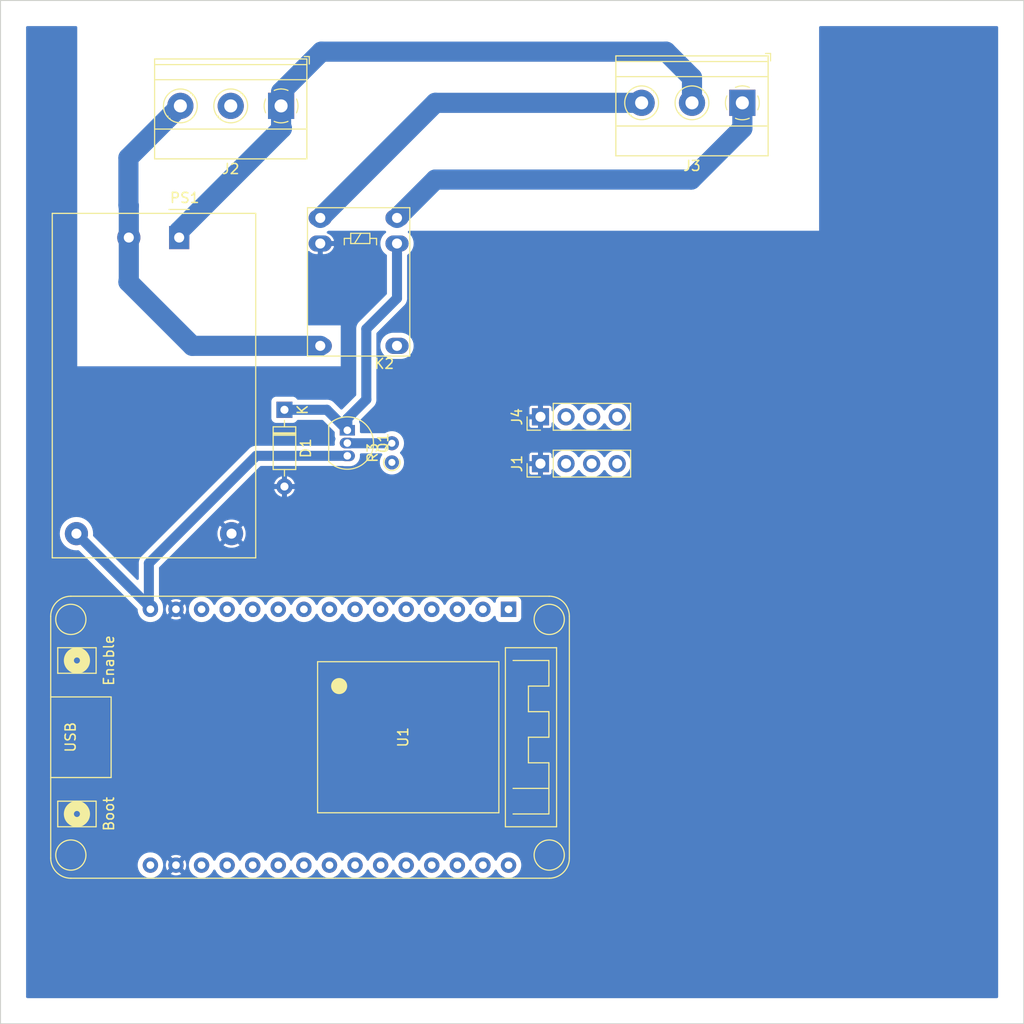
<source format=kicad_pcb>
(kicad_pcb (version 20221018) (generator pcbnew)
  (title_block (title "IOTV_ID-1EX") (date "2023-03-20") (company "Вербкин М.С."))
  (layers (0 "F.Cu" signal) (31 "B.Cu" signal) (34 "B.Paste" user) (35 "F.Paste" user) (36 "B.SilkS" user "B.Silkscreen") (37 "F.SilkS" user "F.Silkscreen") (38 "B.Mask" user) (39 "F.Mask" user) (44 "Edge.Cuts" user))
  (net 0 "")
  (net 1 "GND")
  (net 2 "+3V")
  (net 3 "RELEAY")
  (net 4 "~220-4")
  (net 5 "~220-2")
  (net 6 "~220-3")
  (net 7 "~220-1")
  (net 8 "Net-(Q1-B)")
  (net 9 "Net-(D1-K)")
  (net 32 "SDA")
  (net 35 "SCL")
  (footprint "TerminalBlock_Phoenix:TerminalBlock_Phoenix_MKDS-1,5-3_1x03_P5.00mm_Horizontal" (layer "F.Cu") (at 167.64 58.42 180)
    (fp_text reference "J3" (at 5 -6.26) (layer "F.SilkS"))
    (fp_text value "Screw_Terminal_01x03")
    (fp_line (start -2.8 4.16) (end -2.8 4.9) (stroke (width 0.12)) (layer "F.SilkS"))
    (fp_line (start -2.8 4.9) (end -2.3 4.9) (stroke (width 0.12)) (layer "F.SilkS"))
    (fp_line (start -2.56 -5.261) (end -2.56 4.66) (stroke (width 0.12)) (layer "F.SilkS"))
    (fp_line (start -2.56 -5.261) (end 12.56 -5.261) (stroke (width 0.12)) (layer "F.SilkS"))
    (fp_line (start -2.56 -2.301) (end 12.56 -2.301) (stroke (width 0.12)) (layer "F.SilkS"))
    (fp_line (start -2.56 2.6) (end 12.56 2.6) (stroke (width 0.12)) (layer "F.SilkS"))
    (fp_line (start -2.56 4.1) (end 12.56 4.1) (stroke (width 0.12)) (layer "F.SilkS"))
    (fp_line (start -2.56 4.66) (end 12.56 4.66) (stroke (width 0.12)) (layer "F.SilkS"))
    (fp_line (start 3.773 1.023) (end 3.726 1.069) (stroke (width 0.12)) (layer "F.SilkS"))
    (fp_line (start 3.966 1.239) (end 3.931 1.274) (stroke (width 0.12)) (layer "F.SilkS"))
    (fp_line (start 6.07 -1.275) (end 6.035 -1.239) (stroke (width 0.12)) (layer "F.SilkS"))
    (fp_line (start 6.275 -1.069) (end 6.228 -1.023) (stroke (width 0.12)) (layer "F.SilkS"))
    (fp_line (start 8.773 1.023) (end 8.726 1.069) (stroke (width 0.12)) (layer "F.SilkS"))
    (fp_line (start 8.966 1.239) (end 8.931 1.274) (stroke (width 0.12)) (layer "F.SilkS"))
    (fp_line (start 11.07 -1.275) (end 11.035 -1.239) (stroke (width 0.12)) (layer "F.SilkS"))
    (fp_line (start 11.275 -1.069) (end 11.228 -1.023) (stroke (width 0.12)) (layer "F.SilkS"))
    (fp_line (start 12.56 -5.261) (end 12.56 4.66) (stroke (width 0.12)) (layer "F.SilkS"))
    (fp_arc (start -1.535427 0.683042) (mid -1.680501 -0.000524) (end -1.535 -0.684) (stroke (width 0.12)) (layer "F.SilkS"))
    (fp_arc (start -0.683042 -1.535427) (mid 0.000524 -1.680501) (end 0.684 -1.535) (stroke (width 0.12)) (layer "F.SilkS"))
    (fp_arc (start 0.028805 1.680253) (mid -0.335551 1.646659) (end -0.684 1.535) (stroke (width 0.12)) (layer "F.SilkS"))
    (fp_arc (start 0.683318 1.534756) (mid 0.349292 1.643288) (end 0 1.68) (stroke (width 0.12)) (layer "F.SilkS"))
    (fp_arc (start 1.535427 -0.683042) (mid 1.680501 0.000524) (end 1.535 0.684) (stroke (width 0.12)) (layer "F.SilkS"))
    (fp_circle (center 5 0) (end 6.68 0) (stroke (width 0.12)) (fill none) (layer "F.SilkS"))
    (fp_circle (center 10 0) (end 11.68 0) (stroke (width 0.12)) (fill none) (layer "F.SilkS"))
    (pad "1" thru_hole rect (at 0 0 180) (size 2.6 2.6) (drill 1.3) (layers "*.Cu" "*.Mask") (net 7 "~220-1"))
    (pad "2" thru_hole circle (at 5 0 180) (size 2.6 2.6) (drill 1.3) (layers "*.Cu" "*.Mask") (net 5 "~220-2"))
    (pad "3" thru_hole circle (at 10 0 180) (size 2.6 2.6) (drill 1.3) (layers "*.Cu" "*.Mask") (net 4 "~220-4"))
  )
  (footprint "Converter_ACDC:Converter_ACDC_HiLink_HLK-PMxx" (layer "F.Cu") (at 111.72 71.7975 -90)
    (fp_text reference "PS1" (at -3.94 -0.55) (layer "F.SilkS"))
    (fp_text value "HLK-PM01")
    (fp_line (start -2.79 -1) (end -2.79 1.01) (stroke (width 0.12)) (layer "F.SilkS"))
    (fp_line (start -2.4 -7.6) (end -2.4 12.6) (stroke (width 0.12)) (layer "F.SilkS"))
    (fp_line (start -2.4 12.6) (end 31.8 12.6) (stroke (width 0.12)) (layer "F.SilkS"))
    (fp_line (start 31.8 -7.6) (end -2.4 -7.6) (stroke (width 0.12)) (layer "F.SilkS"))
    (fp_line (start 31.8 12.6) (end 31.8 -7.6) (stroke (width 0.12)) (layer "F.SilkS"))
    (pad "1" thru_hole rect (at 0 0 270) (size 2.3 2) (drill 1) (layers "*.Cu" "*.Mask") (net 5 "~220-2"))
    (pad "2" thru_hole circle (at 0 5 270) (size 2.3 2.3) (drill 1) (layers "*.Cu" "*.Mask") (net 6 "~220-3"))
    (pad "3" thru_hole circle (at 29.4 -5.2 270) (size 2.3 2.3) (drill 1) (layers "*.Cu" "*.Mask") (net 1 "GND"))
    (pad "4" thru_hole circle (at 29.4 10.2 270) (size 2.3 2.3) (drill 1) (layers "*.Cu" "*.Mask") (net 2 "+3V"))
  )
  (footprint "TerminalBlock_Phoenix:TerminalBlock_Phoenix_MKDS-1,5-3_1x03_P5.00mm_Horizontal" (layer "F.Cu") (at 121.84 58.725 180)
    (fp_text reference "J2" (at 5 -6.26) (layer "F.SilkS"))
    (fp_text value "Screw_Terminal_01x03")
    (fp_line (start -2.8 4.16) (end -2.8 4.9) (stroke (width 0.12)) (layer "F.SilkS"))
    (fp_line (start -2.8 4.9) (end -2.3 4.9) (stroke (width 0.12)) (layer "F.SilkS"))
    (fp_line (start -2.56 -5.261) (end -2.56 4.66) (stroke (width 0.12)) (layer "F.SilkS"))
    (fp_line (start -2.56 -5.261) (end 12.56 -5.261) (stroke (width 0.12)) (layer "F.SilkS"))
    (fp_line (start -2.56 -2.301) (end 12.56 -2.301) (stroke (width 0.12)) (layer "F.SilkS"))
    (fp_line (start -2.56 2.6) (end 12.56 2.6) (stroke (width 0.12)) (layer "F.SilkS"))
    (fp_line (start -2.56 4.1) (end 12.56 4.1) (stroke (width 0.12)) (layer "F.SilkS"))
    (fp_line (start -2.56 4.66) (end 12.56 4.66) (stroke (width 0.12)) (layer "F.SilkS"))
    (fp_line (start 3.773 1.023) (end 3.726 1.069) (stroke (width 0.12)) (layer "F.SilkS"))
    (fp_line (start 3.966 1.239) (end 3.931 1.274) (stroke (width 0.12)) (layer "F.SilkS"))
    (fp_line (start 6.07 -1.275) (end 6.035 -1.239) (stroke (width 0.12)) (layer "F.SilkS"))
    (fp_line (start 6.275 -1.069) (end 6.228 -1.023) (stroke (width 0.12)) (layer "F.SilkS"))
    (fp_line (start 8.773 1.023) (end 8.726 1.069) (stroke (width 0.12)) (layer "F.SilkS"))
    (fp_line (start 8.966 1.239) (end 8.931 1.274) (stroke (width 0.12)) (layer "F.SilkS"))
    (fp_line (start 11.07 -1.275) (end 11.035 -1.239) (stroke (width 0.12)) (layer "F.SilkS"))
    (fp_line (start 11.275 -1.069) (end 11.228 -1.023) (stroke (width 0.12)) (layer "F.SilkS"))
    (fp_line (start 12.56 -5.261) (end 12.56 4.66) (stroke (width 0.12)) (layer "F.SilkS"))
    (fp_arc (start -1.535427 0.683042) (mid -1.680501 -0.000524) (end -1.535 -0.684) (stroke (width 0.12)) (layer "F.SilkS"))
    (fp_arc (start -0.683042 -1.535427) (mid 0.000524 -1.680501) (end 0.684 -1.535) (stroke (width 0.12)) (layer "F.SilkS"))
    (fp_arc (start 0.028805 1.680253) (mid -0.335551 1.646659) (end -0.684 1.535) (stroke (width 0.12)) (layer "F.SilkS"))
    (fp_arc (start 0.683318 1.534756) (mid 0.349292 1.643288) (end 0 1.68) (stroke (width 0.12)) (layer "F.SilkS"))
    (fp_arc (start 1.535427 -0.683042) (mid 1.680501 0.000524) (end 1.535 0.684) (stroke (width 0.12)) (layer "F.SilkS"))
    (fp_circle (center 5 0) (end 6.68 0) (stroke (width 0.12)) (fill none) (layer "F.SilkS"))
    (fp_circle (center 10 0) (end 11.68 0) (stroke (width 0.12)) (fill none) (layer "F.SilkS"))
    (pad "1" thru_hole rect (at 0 0 180) (size 2.6 2.6) (drill 1.3) (layers "*.Cu" "*.Mask") (net 5 "~220-2"))
    (pad "2" thru_hole circle (at 5 0 180) (size 2.6 2.6) (drill 1.3) (layers "*.Cu" "*.Mask"))
    (pad "3" thru_hole circle (at 10 0 180) (size 2.6 2.6) (drill 1.3) (layers "*.Cu" "*.Mask") (net 6 "~220-3"))
  )
  (footprint "Resistor_THT:R_Axial_DIN0204_L3.6mm_D1.6mm_P1.90mm_Vertical" (layer "F.Cu") (at 132.842 94.123 90)
    (fp_text reference "R3" (at 0.95 -1.92 90) (layer "F.SilkS"))
    (fp_text value "R")
    (fp_arc (start 0.320095 0.749359) (mid -0.813042 -0.054435) (end 0.417133 -0.7) (stroke (width 0.12)) (layer "F.SilkS"))
    (pad "1" thru_hole circle (at 0 0 90) (size 1.4 1.4) (drill 0.7) (layers "*.Cu" "*.Mask") (net 3 "RELEAY"))
    (pad "2" thru_hole oval (at 1.9 0 90) (size 1.4 1.4) (drill 0.7) (layers "*.Cu" "*.Mask") (net 8 "Net-(Q1-B)"))
  )
  (footprint "Diode_THT:D_DO-35_SOD27_P7.62mm_Horizontal" (layer "F.Cu") (at 122.174 88.9 -90)
    (fp_text reference "D1" (at 3.81 -2.12 90) (layer "F.SilkS"))
    (fp_text value "BAV18")
    (fp_text user "K" (at 0 -1.8 90) (layer "F.SilkS"))
    (fp_line (start 1.04 0) (end 1.69 0) (stroke (width 0.12)) (layer "F.SilkS"))
    (fp_line (start 1.69 -1.12) (end 1.69 1.12) (stroke (width 0.12)) (layer "F.SilkS"))
    (fp_line (start 1.69 1.12) (end 5.93 1.12) (stroke (width 0.12)) (layer "F.SilkS"))
    (fp_line (start 2.29 -1.12) (end 2.29 1.12) (stroke (width 0.12)) (layer "F.SilkS"))
    (fp_line (start 2.41 -1.12) (end 2.41 1.12) (stroke (width 0.12)) (layer "F.SilkS"))
    (fp_line (start 2.53 -1.12) (end 2.53 1.12) (stroke (width 0.12)) (layer "F.SilkS"))
    (fp_line (start 5.93 -1.12) (end 1.69 -1.12) (stroke (width 0.12)) (layer "F.SilkS"))
    (fp_line (start 5.93 1.12) (end 5.93 -1.12) (stroke (width 0.12)) (layer "F.SilkS"))
    (fp_line (start 6.58 0) (end 5.93 0) (stroke (width 0.12)) (layer "F.SilkS"))
    (pad "1" thru_hole rect (at 0 0 270) (size 1.6 1.6) (drill 0.8) (layers "*.Cu" "*.Mask") (net 9 "Net-(D1-K)"))
    (pad "2" thru_hole oval (at 7.62 0 270) (size 1.6 1.6) (drill 0.8) (layers "*.Cu" "*.Mask") (net 1 "GND"))
  )
  (footprint "Connector_PinHeader_2.54mm:PinHeader_1x04_P2.54mm_Vertical" (layer "F.Cu") (at 147.596 94.246 90)
    (fp_text reference "J1" (at 0 -2.33 90) (layer "F.SilkS"))
    (fp_text value "Conn_01x04")
    (fp_line (start -1.33 -1.33) (end 0 -1.33) (stroke (width 0.12)) (layer "F.SilkS"))
    (fp_line (start -1.33 0) (end -1.33 -1.33) (stroke (width 0.12)) (layer "F.SilkS"))
    (fp_line (start -1.33 1.27) (end -1.33 8.95) (stroke (width 0.12)) (layer "F.SilkS"))
    (fp_line (start -1.33 1.27) (end 1.33 1.27) (stroke (width 0.12)) (layer "F.SilkS"))
    (fp_line (start -1.33 8.95) (end 1.33 8.95) (stroke (width 0.12)) (layer "F.SilkS"))
    (fp_line (start 1.33 1.27) (end 1.33 8.95) (stroke (width 0.12)) (layer "F.SilkS"))
    (pad "1" thru_hole rect (at 0 0 90) (size 1.7 1.7) (drill 1) (layers "*.Cu" "*.Mask") (net 1 "GND"))
    (pad "2" thru_hole oval (at 0 2.54 90) (size 1.7 1.7) (drill 1) (layers "*.Cu" "*.Mask") (net 2 "+3V"))
    (pad "3" thru_hole oval (at 0 5.08 90) (size 1.7 1.7) (drill 1) (layers "*.Cu" "*.Mask") (net 32 "SDA"))
    (pad "4" thru_hole oval (at 0 7.62 90) (size 1.7 1.7) (drill 1) (layers "*.Cu" "*.Mask") (net 35 "SCL"))
  )
  (footprint "Connector_PinHeader_2.54mm:PinHeader_1x04_P2.54mm_Vertical" (layer "F.Cu") (at 147.596 89.596 90)
    (fp_text reference "J4" (at 0 -2.33 90) (layer "F.SilkS"))
    (fp_text value "Conn_01x04")
    (fp_line (start -1.33 -1.33) (end 0 -1.33) (stroke (width 0.12)) (layer "F.SilkS"))
    (fp_line (start -1.33 0) (end -1.33 -1.33) (stroke (width 0.12)) (layer "F.SilkS"))
    (fp_line (start -1.33 1.27) (end -1.33 8.95) (stroke (width 0.12)) (layer "F.SilkS"))
    (fp_line (start -1.33 1.27) (end 1.33 1.27) (stroke (width 0.12)) (layer "F.SilkS"))
    (fp_line (start -1.33 8.95) (end 1.33 8.95) (stroke (width 0.12)) (layer "F.SilkS"))
    (fp_line (start 1.33 1.27) (end 1.33 8.95) (stroke (width 0.12)) (layer "F.SilkS"))
    (pad "1" thru_hole rect (at 0 0 90) (size 1.7 1.7) (drill 1) (layers "*.Cu" "*.Mask") (net 1 "GND"))
    (pad "2" thru_hole oval (at 0 2.54 90) (size 1.7 1.7) (drill 1) (layers "*.Cu" "*.Mask") (net 2 "+3V"))
    (pad "3" thru_hole oval (at 0 5.08 90) (size 1.7 1.7) (drill 1) (layers "*.Cu" "*.Mask") (net 32 "SDA"))
    (pad "4" thru_hole oval (at 0 7.62 90) (size 1.7 1.7) (drill 1) (layers "*.Cu" "*.Mask") (net 35 "SCL"))
  )
  (footprint "esp32_devkit_v1_doit:esp32_devkit_v1_doit" (layer "F.Cu") (at 144.424 121.412 -90)
    (fp_text reference "U1" (at 0 10.47 90) (layer "F.SilkS"))
    (fp_text value "ESP32_DevKit_V1_DOIT")
    (fp_text user "USB" (at 0 43.49 90) (layer "F.SilkS"))
    (fp_text user "Enable" (at -7.62 39.68 90) (layer "F.SilkS"))
    (fp_text user "Boot" (at 7.62 39.68 90) (layer "F.SilkS"))
    (fp_line (start -14 -4.04) (end -14 43.46) (stroke (width 0.12)) (layer "F.SilkS"))
    (fp_line (start -12 -6.04) (end 12 -6.04) (stroke (width 0.12)) (layer "F.SilkS"))
    (fp_line (start -12 45.46) (end 12 45.46) (stroke (width 0.12)) (layer "F.SilkS"))
    (fp_line (start -8.89 -4.77) (end 8.89 -4.77) (stroke (width 0.12)) (layer "F.SilkS"))
    (fp_line (start -8.89 0.31) (end -8.89 -4.77) (stroke (width 0.12)) (layer "F.SilkS"))
    (fp_line (start -8.89 40.95) (end -6.35 40.95) (stroke (width 0.12)) (layer "F.SilkS"))
    (fp_line (start -8.89 44.76) (end -8.89 40.95) (stroke (width 0.12)) (layer "F.SilkS"))
    (fp_line (start -7.62 -4.008) (end -5.08 -4.008) (stroke (width 0.12)) (layer "F.SilkS"))
    (fp_line (start -7.62 -0.452) (end -7.62 -4.008) (stroke (width 0.12)) (layer "F.SilkS"))
    (fp_line (start -7.5 0.96) (end 7.5 0.96) (stroke (width 0.12)) (layer "F.SilkS"))
    (fp_line (start -7.5 18.96) (end -7.5 0.96) (stroke (width 0.12)) (layer "F.SilkS"))
    (fp_line (start -6.35 40.95) (end -6.35 44.76) (stroke (width 0.12)) (layer "F.SilkS"))
    (fp_line (start -6.35 44.76) (end -8.89 44.76) (stroke (width 0.12)) (layer "F.SilkS"))
    (fp_line (start -5.08 -4.008) (end -5.08 -1.976) (stroke (width 0.12)) (layer "F.SilkS"))
    (fp_line (start -5.08 -1.976) (end -2.54 -1.976) (stroke (width 0.12)) (layer "F.SilkS"))
    (fp_line (start -4 39.46) (end -4 45.46) (stroke (width 0.12)) (layer "F.SilkS"))
    (fp_line (start -4 39.46) (end 4 39.46) (stroke (width 0.12)) (layer "F.SilkS"))
    (fp_line (start -2.54 -4.008) (end 0 -4.008) (stroke (width 0.12)) (layer "F.SilkS"))
    (fp_line (start -2.54 -1.976) (end -2.54 -4.008) (stroke (width 0.12)) (layer "F.SilkS"))
    (fp_line (start 0 -4.008) (end 0 -1.976) (stroke (width 0.12)) (layer "F.SilkS"))
    (fp_line (start 0 -1.976) (end 2.54 -1.976) (stroke (width 0.12)) (layer "F.SilkS"))
    (fp_line (start 2.54 -4.008) (end 7.62 -4.008) (stroke (width 0.12)) (layer "F.SilkS"))
    (fp_line (start 2.54 -1.976) (end 2.54 -4.008) (stroke (width 0.12)) (layer "F.SilkS"))
    (fp_line (start 4 39.46) (end 4 45.46) (stroke (width 0.12)) (layer "F.SilkS"))
    (fp_line (start 5.08 -4.008) (end 5.08 -0.452) (stroke (width 0.12)) (layer "F.SilkS"))
    (fp_line (start 6.35 40.95) (end 8.89 40.95) (stroke (width 0.12)) (layer "F.SilkS"))
    (fp_line (start 6.35 44.76) (end 6.35 40.95) (stroke (width 0.12)) (layer "F.SilkS"))
    (fp_line (start 7.5 0.96) (end 7.5 18.96) (stroke (width 0.12)) (layer "F.SilkS"))
    (fp_line (start 7.5 18.96) (end -7.5 18.96) (stroke (width 0.12)) (layer "F.SilkS"))
    (fp_line (start 7.62 -4.008) (end 7.62 -0.452) (stroke (width 0.12)) (layer "F.SilkS"))
    (fp_line (start 8.89 -4.77) (end 8.89 0.31) (stroke (width 0.12)) (layer "F.SilkS"))
    (fp_line (start 8.89 0.31) (end -8.89 0.31) (stroke (width 0.12)) (layer "F.SilkS"))
    (fp_line (start 8.89 40.95) (end 8.89 44.76) (stroke (width 0.12)) (layer "F.SilkS"))
    (fp_line (start 8.89 44.76) (end 6.35 44.76) (stroke (width 0.12)) (layer "F.SilkS"))
    (fp_line (start 14 43.46) (end 14 -4.04) (stroke (width 0.12)) (layer "F.SilkS"))
    (fp_arc (start -14 -4.04) (mid -13.414214 -5.454214) (end -12 -6.04) (stroke (width 0.12)) (layer "F.SilkS"))
    (fp_arc (start -12 45.46) (mid -13.414214 44.874214) (end -14 43.46) (stroke (width 0.12)) (layer "F.SilkS"))
    (fp_arc (start 12 -6.04) (mid 13.414214 -5.454214) (end 14 -4.04) (stroke (width 0.12)) (layer "F.SilkS"))
    (fp_arc (start 14 43.46) (mid 13.414214 44.874214) (end 12 45.46) (stroke (width 0.12)) (layer "F.SilkS"))
    (fp_circle (center -11.7 -4.04) (end -10.2 -4.04) (stroke (width 0.12)) (fill none) (layer "F.SilkS"))
    (fp_circle (center -11.7 43.46) (end -10.2 43.46) (stroke (width 0.12)) (fill none) (layer "F.SilkS"))
    (fp_circle (center -7.62 42.855) (end -7.32 42.855) (stroke (width 1)) (fill none) (layer "F.SilkS"))
    (fp_circle (center -5.08 16.82) (end -4.68 16.82) (stroke (width 0.8)) (fill none) (layer "F.SilkS"))
    (fp_circle (center 7.62 42.855) (end 7.92 42.855) (stroke (width 1)) (fill none) (layer "F.SilkS"))
    (fp_circle (center 11.7 -4.04) (end 13.2 -4.04) (stroke (width 0.12)) (fill none) (layer "F.SilkS"))
    (fp_circle (center 11.7 43.46) (end 13.2 43.46) (stroke (width 0.12)) (fill none) (layer "F.SilkS"))
    (pad "1" thru_hole rect (at -12.7 0 270) (size 1.524 1.524) (drill 0.762) (layers "*.Cu" "*.Mask"))
    (pad "2" thru_hole circle (at -12.7 2.54 270) (size 1.524 1.524) (drill 0.762) (layers "*.Cu" "*.Mask"))
    (pad "3" thru_hole circle (at -12.7 5.08 270) (size 1.524 1.524) (drill 0.762) (layers "*.Cu" "*.Mask"))
    (pad "4" thru_hole circle (at -12.7 7.62 270) (size 1.524 1.524) (drill 0.762) (layers "*.Cu" "*.Mask"))
    (pad "5" thru_hole circle (at -12.7 10.16 270) (size 1.524 1.524) (drill 0.762) (layers "*.Cu" "*.Mask"))
    (pad "6" thru_hole circle (at -12.7 12.7 270) (size 1.524 1.524) (drill 0.762) (layers "*.Cu" "*.Mask"))
    (pad "7" thru_hole circle (at -12.7 15.24 270) (size 1.524 1.524) (drill 0.762) (layers "*.Cu" "*.Mask"))
    (pad "8" thru_hole circle (at -12.7 17.78 270) (size 1.524 1.524) (drill 0.762) (layers "*.Cu" "*.Mask"))
    (pad "9" thru_hole circle (at -12.7 20.32 270) (size 1.524 1.524) (drill 0.762) (layers "*.Cu" "*.Mask"))
    (pad "10" thru_hole circle (at -12.7 22.86 270) (size 1.524 1.524) (drill 0.762) (layers "*.Cu" "*.Mask"))
    (pad "11" thru_hole circle (at -12.7 25.4 270) (size 1.524 1.524) (drill 0.762) (layers "*.Cu" "*.Mask"))
    (pad "12" thru_hole circle (at -12.7 27.94 270) (size 1.524 1.524) (drill 0.762) (layers "*.Cu" "*.Mask"))
    (pad "13" thru_hole circle (at -12.7 30.48 270) (size 1.524 1.524) (drill 0.762) (layers "*.Cu" "*.Mask"))
    (pad "14" thru_hole circle (at -12.7 33.02 270) (size 1.524 1.524) (drill 0.762) (layers "*.Cu" "*.Mask") (net 1 "GND"))
    (pad "15" thru_hole circle (at -12.7 35.56 270) (size 1.524 1.524) (drill 0.762) (layers "*.Cu" "*.Mask") (net 2 "+3V"))
    (pad "16" thru_hole circle (at 12.7 35.56 270) (size 1.524 1.524) (drill 0.762) (layers "*.Cu" "*.Mask"))
    (pad "17" thru_hole circle (at 12.7 33.02 270) (size 1.524 1.524) (drill 0.762) (layers "*.Cu" "*.Mask") (net 1 "GND"))
    (pad "18" thru_hole circle (at 12.7 30.48 270) (size 1.524 1.524) (drill 0.762) (layers "*.Cu" "*.Mask"))
    (pad "19" thru_hole circle (at 12.7 27.94 270) (size 1.524 1.524) (drill 0.762) (layers "*.Cu" "*.Mask") (net 3 "RELEAY"))
    (pad "20" thru_hole circle (at 12.7 25.4 270) (size 1.524 1.524) (drill 0.762) (layers "*.Cu" "*.Mask"))
    (pad "21" thru_hole circle (at 12.7 22.86 270) (size 1.524 1.524) (drill 0.762) (layers "*.Cu" "*.Mask"))
    (pad "22" thru_hole circle (at 12.7 20.32 270) (size 1.524 1.524) (drill 0.762) (layers "*.Cu" "*.Mask"))
    (pad "23" thru_hole circle (at 12.7 17.78 270) (size 1.524 1.524) (drill 0.762) (layers "*.Cu" "*.Mask"))
    (pad "24" thru_hole circle (at 12.7 15.24 270) (size 1.524 1.524) (drill 0.762) (layers "*.Cu" "*.Mask"))
    (pad "25" thru_hole circle (at 12.7 12.7 270) (size 1.524 1.524) (drill 0.762) (layers "*.Cu" "*.Mask"))
    (pad "26" thru_hole circle (at 12.7 10.16 270) (size 1.524 1.524) (drill 0.762) (layers "*.Cu" "*.Mask") (net 32 "SDA"))
    (pad "27" thru_hole circle (at 12.7 7.62 270) (size 1.524 1.524) (drill 0.762) (layers "*.Cu" "*.Mask"))
    (pad "28" thru_hole circle (at 12.7 5.08 270) (size 1.524 1.524) (drill 0.762) (layers "*.Cu" "*.Mask"))
    (pad "29" thru_hole circle (at 12.7 2.54 270) (size 1.524 1.524) (drill 0.762) (layers "*.Cu" "*.Mask") (net 35 "SCL"))
    (pad "30" thru_hole circle (at 12.7 0 270) (size 1.524 1.524) (drill 0.762) (layers "*.Cu" "*.Mask"))
  )
  (footprint "Relay_THT:Relay_SPDT_HJR-4102" (layer "F.Cu") (at 133.35 82.55 180)
    (fp_text reference "K2" (at 1.27 -1.778) (layer "F.SilkS"))
    (fp_text value "TIANBO-HJR-4102-L")
    (fp_line (start -1.27 -1.016) (end 8.89 -1.016) (stroke (width 0.12)) (layer "F.SilkS"))
    (fp_line (start -1.27 13.716) (end -1.27 -1.016) (stroke (width 0.12)) (layer "F.SilkS"))
    (fp_line (start 2.032 10.033) (end 2.032 10.668) (stroke (width 0.12)) (layer "F.SilkS"))
    (fp_line (start 2.032 10.668) (end 2.692 10.668) (stroke (width 0.12)) (layer "F.SilkS"))
    (fp_line (start 2.692 10.16) (end 2.692 11.176) (stroke (width 0.12)) (layer "F.SilkS"))
    (fp_line (start 2.692 11.176) (end 4.597 11.176) (stroke (width 0.12)) (layer "F.SilkS"))
    (fp_line (start 4.216 10.16) (end 3.581 11.176) (stroke (width 0.12)) (layer "F.SilkS"))
    (fp_line (start 4.597 10.16) (end 2.692 10.16) (stroke (width 0.12)) (layer "F.SilkS"))
    (fp_line (start 4.597 10.16) (end 4.597 11.176) (stroke (width 0.12)) (layer "F.SilkS"))
    (fp_line (start 5.232 10.033) (end 5.232 10.668) (stroke (width 0.12)) (layer "F.SilkS"))
    (fp_line (start 5.232 10.668) (end 4.597 10.668) (stroke (width 0.12)) (layer "F.SilkS"))
    (fp_line (start 8.89 -1.016) (end 8.89 13.716) (stroke (width 0.12)) (layer "F.SilkS"))
    (fp_line (start 8.89 13.716) (end -1.27 13.716) (stroke (width 0.12)) (layer "F.SilkS"))
    (pad "1" thru_hole oval (at 0 0 180) (size 2.3 1.6) (drill 1) (layers "*.Cu" "*.Mask"))
    (pad "5" thru_hole oval (at 0 10.16 180) (size 2.3 1.6) (drill 1) (layers "*.Cu" "*.Mask") (net 9 "Net-(D1-K)"))
    (pad "6" thru_hole oval (at 0 12.7 180) (size 2.3 1.6) (drill 1) (layers "*.Cu" "*.Mask") (net 7 "~220-1"))
    (pad "7" thru_hole oval (at 7.62 12.7 180) (size 2.3 1.6) (drill 1) (layers "*.Cu" "*.Mask") (net 4 "~220-4"))
    (pad "8" thru_hole oval (at 7.62 10.16 180) (size 2.3 1.6) (drill 1) (layers "*.Cu" "*.Mask") (net 1 "GND"))
    (pad "12" thru_hole oval (at 7.62 0 180) (size 2.3 1.6) (drill 1) (layers "*.Cu" "*.Mask") (net 6 "~220-3"))
  )
  (footprint "Package_TO_SOT_THT:TO-92_Inline" (layer "F.Cu") (at 128.418 90.932 -90)
    (fp_text reference "Q1" (at 1.27 -3.56 90) (layer "F.SilkS"))
    (fp_text value "2N3904")
    (fp_line (start -0.53 1.85) (end 3.07 1.85) (stroke (width 0.12)) (layer "F.SilkS"))
    (fp_arc (start -0.568478 1.838478) (mid -1.132087 -0.994977) (end 1.27 -2.6) (stroke (width 0.12)) (layer "F.SilkS"))
    (fp_arc (start 1.27 -2.6) (mid 3.672087 -0.994977) (end 3.108478 1.838478) (stroke (width 0.12)) (layer "F.SilkS"))
    (pad "1" thru_hole rect (at 0 0 270) (size 1.05 1.5) (drill 0.75) (layers "*.Cu" "*.Mask") (net 9 "Net-(D1-K)"))
    (pad "2" thru_hole oval (at 1.27 0 270) (size 1.05 1.5) (drill 0.75) (layers "*.Cu" "*.Mask") (net 8 "Net-(Q1-B)"))
    (pad "3" thru_hole oval (at 2.54 0 270) (size 1.05 1.5) (drill 0.75) (layers "*.Cu" "*.Mask") (net 2 "+3V"))
  )
  (gr_rect (start 93.98 48.26) (end 195.58 149.86) (stroke (width 0.1)) (fill none) (layer "Edge.Cuts"))
  (segment (start 108.712 104.14) (end 108.712 108.3895) (width 1) (layer "B.Cu") (net 2))
  (segment (start 128.418 93.472) (end 119.38 93.472) (width 1) (layer "B.Cu") (net 2))
  (segment (start 119.38 93.472) (end 108.712 104.14) (width 1) (layer "B.Cu") (net 2))
  (segment (start 108.712 108.3895) (end 108.864 108.5415) (width 1) (layer "B.Cu") (net 2))
  (segment (start 108.864 108.5415) (end 101.52 101.1975) (width 1) (layer "B.Cu") (net 2))
  (segment (start 108.864 108.712) (end 108.864 108.5415) (width 1.5) (layer "B.Cu") (net 2))
  (segment (start 137.16 58.42) (end 125.73 69.85) (width 2) (layer "B.Cu") (net 4))
  (segment (start 157.64 58.42) (end 137.16 58.42) (width 2) (layer "B.Cu") (net 4))
  (segment (start 121.84 57.3425) (end 121.84 58.725) (width 2) (layer "B.Cu") (net 5))
  (segment (start 160.06 53.34) (end 125.8425 53.34) (width 2) (layer "B.Cu") (net 5))
  (segment (start 121.84 60.88) (end 121.84 58.725) (width 2) (layer "B.Cu") (net 5))
  (segment (start 111.72 71.16) (end 121.92 60.96) (width 2) (layer "B.Cu") (net 5))
  (segment (start 162.64 58.42) (end 162.64 55.92) (width 2) (layer "B.Cu") (net 5))
  (segment (start 162.64 55.92) (end 160.06 53.34) (width 2) (layer "B.Cu") (net 5))
  (segment (start 121.92 60.96) (end 121.84 60.88) (width 2) (layer "B.Cu") (net 5))
  (segment (start 125.8425 53.34) (end 121.84 57.3425) (width 2) (layer "B.Cu") (net 5))
  (segment (start 111.72 71.7975) (end 111.72 71.16) (width 2) (layer "B.Cu") (net 5))
  (segment (start 106.68 76.2) (end 106.72 76.16) (width 2) (layer "B.Cu") (net 6))
  (segment (start 106.68 63.885) (end 106.68 68.58) (width 2) (layer "B.Cu") (net 6))
  (segment (start 106.72 76.16) (end 106.72 71.7975) (width 2) (layer "B.Cu") (net 6))
  (segment (start 113.03 82.55) (end 106.68 76.2) (width 2) (layer "B.Cu") (net 6))
  (segment (start 111.84 58.725) (end 106.68 63.885) (width 2) (layer "B.Cu") (net 6))
  (segment (start 106.72 68.62) (end 106.72 71.7975) (width 2) (layer "B.Cu") (net 6))
  (segment (start 106.68 68.58) (end 106.72 68.62) (width 2) (layer "B.Cu") (net 6))
  (segment (start 125.73 82.55) (end 113.03 82.55) (width 2) (layer "B.Cu") (net 6))
  (segment (start 167.64 60.96) (end 162.56 66.04) (width 2) (layer "B.Cu") (net 7))
  (segment (start 162.56 66.04) (end 137.16 66.04) (width 2) (layer "B.Cu") (net 7))
  (segment (start 137.16 66.04) (end 133.35 69.85) (width 2) (layer "B.Cu") (net 7))
  (segment (start 167.64 58.42) (end 167.64 60.96) (width 2) (layer "B.Cu") (net 7))
  (segment (start 132.842 92.223) (end 128.439 92.223) (width 1) (layer "B.Cu") (net 8))
  (segment (start 128.439 92.223) (end 128.418 92.202) (width 1) (layer "B.Cu") (net 8))
  (segment (start 133.35 77.825584) (end 130.302 80.873584) (width 1) (layer "B.Cu") (net 9))
  (segment (start 130.302 80.873584) (end 130.302 87.884) (width 1) (layer "B.Cu") (net 9))
  (segment (start 133.35 72.39) (end 133.35 77.825584) (width 1) (layer "B.Cu") (net 9))
  (segment (start 130.302 87.884) (end 128.418 89.768) (width 1) (layer "B.Cu") (net 9))
  (segment (start 122.174 88.9) (end 126.386 88.9) (width 1) (layer "B.Cu") (net 9))
  (segment (start 126.386 88.9) (end 128.418 90.932) (width 1) (layer "B.Cu") (net 9))
  (segment (start 128.418 89.768) (end 128.418 90.932) (width 1) (layer "B.Cu") (net 9))
  (zone (net 1) (net_name "GND") (layer "B.Cu") (connect_pads (clearance 0)) (min_thickness 0.25) (fill yes (thermal_gap 0.25) (thermal_bridge_width 0.5))
    (polygon (pts (xy 96.52 50.8) (xy 193.04 50.8) (xy 193.04 147.32) (xy 96.52 147.32)))
  )
  (zone (net 0) (net_name "") (layer "B.Cu") (connect_pads (clearance 0)) (min_thickness 0.25)
    (keepout (tracks allowed) (vias allowed) (pads allowed) (copperpour not_allowed) (footprints allowed))
    (fill (thermal_gap 0.5) (thermal_bridge_width 0.5))
    (polygon (pts (xy 101.6 50.8) (xy 175.26 50.8) (xy 175.26 71.12) (xy 124.46 71.12) (xy 124.46 84.582) (xy 101.6 84.582)))
  )
  (zone (net 0) (net_name "") (layer "B.Cu") (connect_pads (clearance 0)) (min_thickness 0.25)
    (keepout (tracks allowed) (vias allowed) (pads allowed) (copperpour not_allowed) (footprints allowed))
    (fill (thermal_gap 0.5) (thermal_bridge_width 0.5))
    (polygon (pts (xy 124.46 84.582) (xy 127.762 84.582) (xy 127.762 80.518) (xy 124.46 80.518)))
  )
)
</source>
